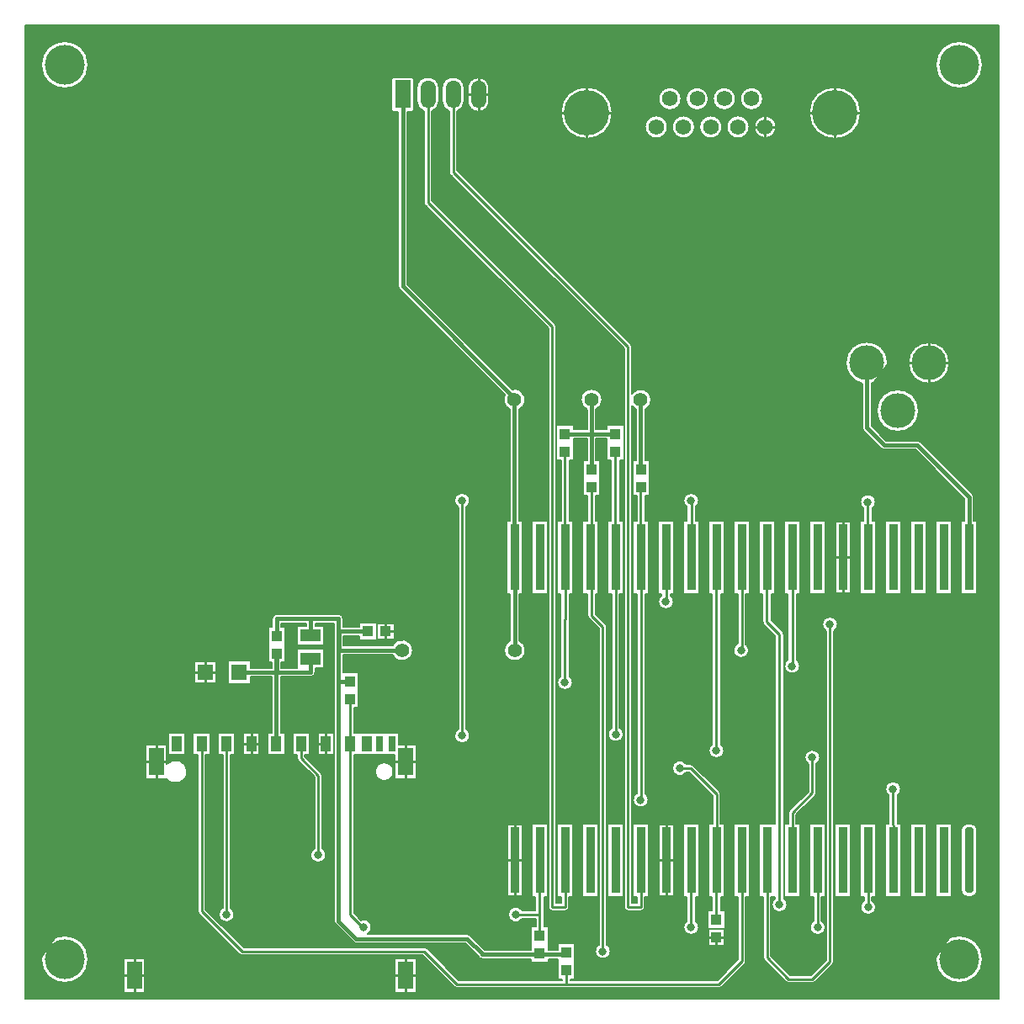
<source format=gbl>
G04 EasyPC Gerber Version 21.0.3 Build 4286 *
%FSLAX35Y35*%
%MOIN*%
%AMT98*0 Rounded Rectangle Pad at angle 0*4,1,48,-0.00250,-0.13000,0.00250,-0.13000,0.00463,-0.12985,0.00672,-0.12939,0.00873,-0.12864,0.01061,-0.12762,0.01232,-0.12633,0.01383,-0.12482,0.01511,-0.12311,0.01614,-0.12123,0.01689,-0.11923,0.01735,-0.11714,0.01750,-0.11500,0.01750,0.11500,0.01735,0.11713,0.01689,0.11922,0.01614,0.12123,0.01512,0.12311,0.01383,0.12482,0.01232,0.12633,0.01061,0.12761,0.00873,0.12864,0.00673,0.12939,0.00464,0.12985,0.00250,0.13000,-0.00250,0.13000,-0.00463,0.12985,-0.00672,0.12939,-0.00873,0.12864,-0.01061,0.12762,-0.01232,0.12633,-0.01383,0.12482,-0.01511,0.12311,-0.01614,0.12123,-0.01689,0.11923,-0.01735,0.11714,-0.01750,0.11500,-0.01750,-0.11500,-0.01735,-0.11713,-0.01689,-0.11922,-0.01614,-0.12123,-0.01512,-0.12311,-0.01383,-0.12482,-0.01232,-0.12633,-0.01061,-0.12761,-0.00873,-0.12864,-0.00673,-0.12939,-0.00464,-0.12985,-0.00250,-0.13000,0*%
%ADD98T98*%
%ADD20R,0.06000X0.11000*%
%AMT20*0 Rounded Rectangle Pad at angle 0*4,1,8,-0.03000,-0.05500,0.03000,-0.05500,0.03000,-0.05500,0.03000,0.05500,0.03000,0.05500,-0.03000,0.05500,-0.03000,0.05500,-0.03000,-0.05500,-0.03000,-0.05500,0*%
%ADD20T20*%
%ADD21O,0.06000X0.11000*%
%ADD96R,0.02756X0.05906*%
%ADD99R,0.03500X0.26000*%
%ADD71R,0.03937X0.04291*%
%ADD95R,0.03937X0.05906*%
%ADD97R,0.05906X0.11024*%
%ADD100R,0.06300X0.06300*%
%ADD10C,0.00500*%
%ADD14C,0.01000*%
%ADD24C,0.01500*%
%ADD25C,0.03200*%
%ADD23C,0.05600*%
%ADD17C,0.06142*%
%ADD22C,0.13780*%
%ADD15C,0.15748*%
%ADD18C,0.18012*%
%ADD70R,0.04291X0.03937*%
%ADD101R,0.07874X0.04528*%
X0Y0D02*
D02*
D10*
X4187Y390014D02*
Y4187D01*
X390014*
Y390014*
X4187*
X10611Y19935D02*
G75*
G02X29259I9324D01*
G01*
G75*
G02X10611I-9324*
G01*
Y374266D02*
G75*
G02X29259I9324D01*
G01*
G75*
G02X10611I-9324*
G01*
X43291Y20299D02*
X51697D01*
Y6776*
X43291*
Y20299*
X60358Y97260D02*
G75*
G02X68432Y94246I3474J-3014D01*
G01*
G75*
G02X60203Y91421I-4600*
G01*
X51953*
Y104945*
X60358*
Y97260*
X60907Y109671D02*
X67742D01*
Y100868*
X60907*
Y109671*
X285002Y73596D02*
X291404D01*
Y44699*
X289772*
Y19199*
G75*
G02X289311Y18087I-1570*
G01*
X280208Y8985*
G75*
G02X279096Y8523I-1112J1108*
G01*
X218596*
G75*
G02X218349Y8543J1569*
G01*
X175413*
G75*
G02X174315Y8996I-1J1550*
G01*
X161765Y21546*
X90169*
G75*
G02X89071Y22000I-1J1550*
G01*
X73071Y38000*
G75*
G02X72617Y39096I1096J1096*
G01*
Y100868*
X70750*
Y109671*
X77585*
Y100868*
X75717*
Y39739*
X90809Y24646*
X162406*
G75*
G02X163504Y24193I1J-1550*
G01*
X176054Y11643*
X217027*
Y12002*
X215179*
Y20074*
X211514*
Y18746*
X204679*
Y20104*
X185289*
G75*
G02X183573Y21362J1800*
G01*
X178638Y26296*
X135411*
G75*
G02X134137Y26825J1800*
G01*
X127140Y33822*
G75*
G02X126611Y35096I1272J1274*
G01*
Y153046*
X119176*
Y151837*
X122734*
Y144411*
X111959*
Y151837*
X115517*
Y153017*
X105741*
Y151691*
X107329*
Y137502*
X105711*
Y135396*
X111959*
Y142781*
X122734*
Y135356*
X119146*
Y133596*
G75*
G02X117346Y131796I-1800*
G01*
X105495*
Y109671*
X107112*
Y100868*
X100278*
Y109671*
X101895*
Y131796*
X93648*
Y128998*
X84447*
Y138195*
X93648*
Y135396*
X101895*
Y137502*
X100494*
Y151691*
X102081*
Y154846*
G75*
G02X103911Y156676I1830*
G01*
X117346*
G75*
G02X117676Y156646J-1830*
G01*
X128411*
G75*
G02X130211Y154846J-1800*
G01*
Y151646*
X136502*
Y153266*
X143691*
Y146427*
X136502*
Y148046*
X130396*
Y144146*
X149746*
G75*
G02X157846Y142346I3850J-1800*
G01*
G75*
G02X149746Y140546I-4250*
G01*
X130211*
Y133691*
X136329*
Y119502*
X134619*
Y109671*
X152309*
Y104945*
X159177*
Y91421*
X150772*
Y100868*
X134497*
Y38239*
X137299Y35436*
G75*
G02X139830Y29896I1113J-2840*
G01*
X179384*
G75*
G02X180658Y29368J-1800*
G01*
X186322Y23704*
X204679*
Y32935*
X206495*
Y35944*
X201124*
G75*
G02X195546Y37652I-2527J1707*
G01*
G75*
G02X201124Y39359I3050*
G01*
X206389*
Y44699*
X205002*
Y73596*
X211404*
Y44699*
X209910*
Y32935*
X211514*
Y23733*
X215179*
Y26191*
X222014*
Y12002*
X220166*
Y11662*
X278446*
X286633Y19849*
Y44699*
X285002*
Y73596*
X120161Y109472D02*
X126598D01*
Y101067*
X120161*
Y109472*
X121879Y63900D02*
G75*
G02X123379Y61274I-1550J-2627D01*
G01*
G75*
G02X117279I-3050*
G01*
G75*
G02X118779Y63900I3050*
G01*
Y92128*
X112441Y98465*
G75*
G02X111987Y99561I1096J1096*
G01*
Y100868*
X110120*
Y109671*
X116955*
Y100868*
X115087*
Y100203*
X121425Y93866*
G75*
G02X121879Y92770I-1096J-1096*
G01*
Y63900*
X90634Y109472D02*
X97071D01*
Y101067*
X90634*
Y109472*
X142894Y94246D02*
G75*
G02X150125I3615D01*
G01*
G75*
G02X142894I-3615*
G01*
X150772Y20299D02*
X159177D01*
Y6776*
X150772*
Y20299*
X71246Y137998D02*
X80045D01*
Y129195*
X71246*
Y137998*
X80593Y109671D02*
X87427D01*
Y100868*
X85560*
Y40278*
G75*
G02X87060Y37652I-1550J-2627*
G01*
G75*
G02X80960I-3050*
G01*
G75*
G02X82460Y40278I3050*
G01*
Y100868*
X80593*
Y109671*
X143701Y153065D02*
X150492D01*
Y146628*
X143701*
Y153065*
X200003Y146196D02*
G75*
G02X202453Y142346I-1800J-3850D01*
G01*
G75*
G02X193953I-4250*
G01*
G75*
G02X196403Y146196I4250*
G01*
Y164699*
X195002*
Y193596*
X196139*
Y237824*
G75*
G02X194331Y243567I1957J3772*
G01*
X152522Y285375*
G75*
G02X151993Y286650I1272J1274*
G01*
Y355505*
X150193*
G75*
G02X149343Y356355J850*
G01*
Y368555*
G75*
G02X150193Y369405I850*
G01*
X157393*
G75*
G02X158243Y368555J-850*
G01*
Y356355*
G75*
G02X157393Y355505I-850*
G01*
X155593*
Y287395*
X197231Y245757*
G75*
G02X200054Y237824I865J-4161*
G01*
Y193596*
X201404*
Y164699*
X200003*
Y146196*
X195203Y73398D02*
X201203D01*
Y44898*
X195203*
Y73398*
X174296Y201596D02*
G75*
G02X180396I3050D01*
G01*
G75*
G02X178896Y198970I-3050*
G01*
Y111144*
G75*
G02X180396Y108518I-1550J-2627*
G01*
G75*
G02X174296I-3050*
G01*
G75*
G02X175796Y111144I3050*
G01*
Y198970*
G75*
G02X174296Y201596I1550J2627*
G01*
X215002Y73596D02*
X221404D01*
Y44699*
X219753*
Y40596*
G75*
G02X218203Y39046I-1550*
G01*
X213096*
G75*
G02X211546Y40596J1550*
G01*
Y269954*
X163405Y318096*
G75*
G02X162243Y319596I388J1500*
G01*
Y355785*
G75*
G02X159344Y359955I1550J4170*
G01*
Y364955*
G75*
G02X168242I4449*
G01*
Y359955*
G75*
G02X165343Y355785I-4449*
G01*
Y320542*
X214193Y271693*
G75*
G02X214646Y270596I-1096J-1096*
G01*
Y42146*
X216653*
Y44699*
X215002*
Y73596*
X205002Y193596D02*
X211404D01*
Y164699*
X205002*
Y193596*
X244646Y244078D02*
G75*
G02X252346Y241596I3450J-2482D01*
G01*
G75*
G02X249896Y237746I-4250*
G01*
Y217691*
X251699*
Y203502*
X249910*
Y193596*
X251404*
Y164699*
X249910*
Y85548*
G75*
G02X251146Y83096I-1814J-2452*
G01*
G75*
G02X245046I-3050*
G01*
G75*
G02X246495Y85693I3050*
G01*
Y164699*
X245002*
Y193596*
X246495*
Y203502*
X244864*
Y217691*
X246296*
Y237746*
G75*
G02X244646Y239115I1800J3850*
G01*
Y42146*
X246653*
Y44699*
X245002*
Y73596*
X251404*
Y44699*
X249753*
Y40596*
G75*
G02X248203Y39046I-1550*
G01*
X243096*
G75*
G02X241546Y40596J1550*
G01*
Y261954*
X173405Y330096*
G75*
G02X172243Y331596I388J1500*
G01*
Y355785*
G75*
G02X169344Y359955I1550J4170*
G01*
Y364955*
G75*
G02X178242I4449*
G01*
Y359955*
G75*
G02X175343Y355785I-4449*
G01*
Y332542*
X244193Y263693*
G75*
G02X244646Y262596I-1096J-1096*
G01*
Y244078*
X234679Y231691D02*
X241514D01*
Y217502*
X239804*
Y193596*
X241404*
Y164699*
X239753*
Y111723*
G75*
G02X241253Y109096I-1550J-2627*
G01*
G75*
G02X235153I-3050*
G01*
G75*
G02X236653Y111723I3050*
G01*
Y164699*
X235002*
Y193596*
X236389*
Y217502*
X234679*
Y226296*
X230396*
Y217691*
X232014*
Y203502*
X230146*
Y193596*
X231404*
Y164699*
X230166*
Y156746*
X234204Y152708*
G75*
G02X234666Y151596I-1108J-1112*
G01*
Y25711*
G75*
G02X236146Y23096I-1570J-2615*
G01*
G75*
G02X230046I-3050*
G01*
G75*
G02X231527Y25711I3050*
G01*
Y150946*
X227489Y154985*
G75*
G02X227027Y156096I1108J1112*
G01*
Y164699*
X225002*
Y193596*
X227046*
Y203502*
X225179*
Y217691*
X226796*
Y226296*
X221514*
Y217502*
X219910*
Y193596*
X221404*
Y164699*
X219804*
Y132124*
G75*
G02X221146Y129596I-1707J-2527*
G01*
G75*
G02X215046I-3050*
G01*
G75*
G02X216389Y132124I3050*
G01*
Y164699*
X215002*
Y193596*
X216495*
Y217502*
X214679*
Y231691*
X221514*
Y229896*
X226796*
Y237746*
G75*
G02X224346Y241596I1800J3850*
G01*
G75*
G02X232846I4250*
G01*
G75*
G02X230396Y237746I-4250*
G01*
Y229896*
X234679*
Y231691*
X235002Y73596D02*
X241404D01*
Y44699*
X235002*
Y73596*
X225002D02*
X231404D01*
Y44699*
X225002*
Y73596*
X179543Y364955D02*
G75*
G02X188043I4250D01*
G01*
Y359955*
G75*
G02X179543I-4250*
G01*
Y364955*
X216392Y355230D02*
G75*
G02X236904I10256D01*
G01*
G75*
G02X216392I-10256*
G01*
X254266Y354161D02*
G75*
G02X258787Y349640J-4521D01*
G01*
G75*
G02X254266Y345119I-4521*
G01*
G75*
G02X249745Y349640J4521*
G01*
G75*
G02X254266Y354161I4521*
G01*
X255002Y193596D02*
X261404D01*
Y164699*
X259804*
Y164124*
G75*
G02X261146Y161596I-1707J-2527*
G01*
G75*
G02X255046I-3050*
G01*
G75*
G02X256389Y164124I3050*
G01*
Y164699*
X255002*
Y193596*
X255203Y73398D02*
X261203D01*
Y44898*
X255203*
Y73398*
X279804Y39191D02*
X281514D01*
Y32002*
X274679*
Y39191*
X276389*
Y44699*
X275002*
Y73596*
X276653*
Y84718*
X267324Y94046*
X266223*
G75*
G02X260546Y95596I-2627J1550*
G01*
G75*
G02X266223Y97146I3050*
G01*
X267965*
G75*
G02X269063Y96693I1J-1550*
G01*
X279299Y86456*
G75*
G02X279753Y85360I-1096J-1096*
G01*
Y73596*
X281404*
Y44699*
X279804*
Y39191*
X274878Y31992D02*
X281315D01*
Y25201*
X274878*
Y31992*
X265002Y73596D02*
X271404D01*
Y44699*
X269804*
Y35124*
G75*
G02X271146Y32596I-1707J-2527*
G01*
G75*
G02X265046I-3050*
G01*
G75*
G02X266389Y35124I3050*
G01*
Y44699*
X265002*
Y73596*
X259659Y365342D02*
G75*
G02X264180Y360821J-4521D01*
G01*
G75*
G02X259659Y356300I-4521*
G01*
G75*
G02X255139Y360821J4521*
G01*
G75*
G02X259659Y365342I4521*
G01*
X265053Y354161D02*
G75*
G02X269574Y349640J-4521D01*
G01*
G75*
G02X265053Y345119I-4521*
G01*
G75*
G02X260532Y349640J4521*
G01*
G75*
G02X265053Y354161I4521*
G01*
X269804Y193596D02*
X271404D01*
Y164699*
X265002*
Y193596*
X266389*
Y199069*
G75*
G02X265046Y201596I1707J2527*
G01*
G75*
G02X271146I3050*
G01*
G75*
G02X269804Y199069I-3050*
G01*
Y193596*
X270447Y365342D02*
G75*
G02X274968Y360821J-4521D01*
G01*
G75*
G02X270447Y356300I-4521*
G01*
G75*
G02X265926Y360821J4521*
G01*
G75*
G02X270447Y365342I4521*
G01*
X275841Y354161D02*
G75*
G02X280361Y349640J-4521D01*
G01*
G75*
G02X275841Y345119I-4521*
G01*
G75*
G02X271320Y349640J4521*
G01*
G75*
G02X275841Y354161I4521*
G01*
X275002Y193596D02*
X281404D01*
Y164699*
X279804*
Y105124*
G75*
G02X281146Y102596I-1707J-2527*
G01*
G75*
G02X275046I-3050*
G01*
G75*
G02X276389Y105124I3050*
G01*
Y164699*
X275002*
Y193596*
X281234Y365342D02*
G75*
G02X285755Y360821J-4521D01*
G01*
G75*
G02X281234Y356300I-4521*
G01*
G75*
G02X276713Y360821J4521*
G01*
G75*
G02X281234Y365342I4521*
G01*
X286628Y354161D02*
G75*
G02X291149Y349640J-4521D01*
G01*
G75*
G02X286628Y345119I-4521*
G01*
G75*
G02X282107Y349640J4521*
G01*
G75*
G02X286628Y354161I4521*
G01*
X285002Y193596D02*
X291404D01*
Y164699*
X289753*
Y144727*
G75*
G02X290896Y142346I-1906J-2381*
G01*
G75*
G02X284796I-3050*
G01*
G75*
G02X286653Y145153I3050*
G01*
Y164699*
X285002*
Y193596*
X292022Y365342D02*
G75*
G02X296543Y360821J-4521D01*
G01*
G75*
G02X292022Y356300I-4521*
G01*
G75*
G02X287501Y360821J4521*
G01*
G75*
G02X292022Y365342I4521*
G01*
X293094Y349640D02*
G75*
G02X301736I4321D01*
G01*
G75*
G02X293094I-4321*
G01*
X320046Y152596D02*
G75*
G02X326146I3050D01*
G01*
G75*
G02X324646Y149970I-3050*
G01*
Y19096*
G75*
G02X324193Y18000I-1550*
G01*
X317193Y11000*
G75*
G02X316095Y10546I-1096J1096*
G01*
X306704*
G75*
G02X305607Y11000I-1J1550*
G01*
X297107Y19500*
G75*
G02X296653Y20596I1096J1096*
G01*
Y44699*
X295002*
Y73596*
X301389*
Y147889*
X296891Y152388*
G75*
G02X296389Y153596I1206J1209*
G01*
Y164699*
X295002*
Y193596*
X301404*
Y164699*
X299804*
Y154304*
X304302Y149805*
G75*
G02X304804Y148596I-1206J-1209*
G01*
Y44116*
G75*
G02X306146Y41589I-1707J-2527*
G01*
G75*
G02X300046I-3050*
G01*
G75*
G02X301389Y44116I3050*
G01*
Y44699*
X299753*
Y21239*
X307345Y13646*
X315454*
X321546Y19739*
Y149970*
G75*
G02X320046Y152596I1550J2627*
G01*
X325002Y73596D02*
X331404D01*
Y44699*
X325002*
Y73596*
X313046Y99846D02*
G75*
G02X319146I3050D01*
G01*
G75*
G02X317646Y97220I-3050*
G01*
Y85781*
G75*
G02X317193Y84685I-1550*
G01*
X309753Y77246*
Y73596*
X311404*
Y44699*
X305002*
Y73596*
X306653*
Y77888*
G75*
G02X307107Y78984I1550*
G01*
X314546Y86424*
Y97220*
G75*
G02X313046Y99846I1550J2627*
G01*
X315002Y73596D02*
X321404D01*
Y44699*
X319753*
Y35223*
G75*
G02X321253Y32596I-1550J-2627*
G01*
G75*
G02X315153I-3050*
G01*
G75*
G02X316653Y35223I3050*
G01*
Y44699*
X315002*
Y73596*
X305002Y193596D02*
X311404D01*
Y164699*
X309804*
Y138624*
G75*
G02X311146Y136096I-1707J-2527*
G01*
G75*
G02X305046I-3050*
G01*
G75*
G02X306389Y138624I3050*
G01*
Y164699*
X305002*
Y193596*
X314778Y355230D02*
G75*
G02X335289I10256D01*
G01*
G75*
G02X314778I-10256*
G01*
X325203Y193398D02*
X331203D01*
Y164898*
X325203*
Y193398*
X380003Y193596D02*
X381404D01*
Y164699*
X375002*
Y193596*
X376403*
Y202260*
X356867Y221796*
X344620*
G75*
G02X343346Y222325J1800*
G01*
X336380Y229291*
G75*
G02X335852Y230565I1272J1274*
G01*
Y248012*
G75*
G02X329312Y256156I1800J8143*
G01*
G75*
G02X345991I8340*
G01*
G75*
G02X339452Y248012I-8340*
G01*
Y231311*
X345366Y225396*
X357612*
G75*
G02X358887Y224868J-1800*
G01*
X379474Y204280*
G75*
G02X380003Y203006I-1272J-1274*
G01*
Y193596*
X341595Y237258D02*
G75*
G02X358275I8340D01*
G01*
G75*
G02X341595I-8340*
G01*
X379053Y73598D02*
G75*
G02X381403Y71248J-2350D01*
G01*
Y47048*
G75*
G02X379053Y44698I-2350*
G01*
X377353*
G75*
G02X375003Y47048J2350*
G01*
Y71248*
G75*
G02X377353Y73598I2350*
G01*
X379053*
X364942Y19935D02*
G75*
G02X383590I9324D01*
G01*
G75*
G02X364942I-9324*
G01*
X365002Y73596D02*
X371404D01*
Y44699*
X365002*
Y73596*
Y193596D02*
X371404D01*
Y164699*
X365002*
Y193596*
X349804Y73596D02*
X351404D01*
Y44699*
X345002*
Y73596*
X346389*
Y84819*
G75*
G02X345046Y87346I1707J2527*
G01*
G75*
G02X351146I3050*
G01*
G75*
G02X349804Y84819I-3050*
G01*
Y73596*
X345002Y193596D02*
X351404D01*
Y164699*
X345002*
Y193596*
X355002Y73596D02*
X361404D01*
Y44699*
X355002*
Y73596*
Y193596D02*
X361404D01*
Y164699*
X355002*
Y193596*
X335002Y73596D02*
X341404D01*
Y44699*
X339753*
Y43223*
G75*
G02X341253Y40596I-1550J-2627*
G01*
G75*
G02X335153I-3050*
G01*
G75*
G02X336653Y43223I3050*
G01*
Y44699*
X335002*
Y73596*
X339804Y193596D02*
X341404D01*
Y164699*
X335002*
Y193596*
X336389*
Y198569*
G75*
G02X335046Y201096I1707J2527*
G01*
G75*
G02X341146I3050*
G01*
G75*
G02X339804Y198569I-3050*
G01*
Y193596*
X315002D02*
X321404D01*
Y164699*
X315002*
Y193596*
X354118Y256156D02*
G75*
G02X370398I8140D01*
G01*
G75*
G02X354118I-8140*
G01*
X364942Y374266D02*
G75*
G02X383590I9324D01*
G01*
G75*
G02X364942I-9324*
G01*
X324646Y19935D02*
G36*
Y19096D01*
G75*
G02X324193Y18000I-1551J0*
G01*
X317193Y11000*
G75*
G02X316095Y10546I-1096J1096*
G01*
X306704*
G75*
G02X305607Y11000I-1J1550*
G01*
X297107Y19500*
G75*
G02X296801Y19935I1097J1096*
G01*
X289772*
Y19199*
G75*
G02X289311Y18087I-1570*
G01*
X280208Y8985*
G75*
G02X279096Y8523I-1112J1108*
G01*
X218596*
G75*
G02X218349Y8543I6J1635*
G01*
X175413*
G75*
G02X174315Y8996I-1J1550*
G01*
X163377Y19935*
X159177*
Y6776*
X150772*
Y19935*
X51697*
Y6776*
X43291*
Y19935*
X29259*
G75*
G02X10611I-9324*
G01*
X4437*
Y4437*
X389764*
Y19935*
X383590*
G75*
G02X364942I-9324*
G01*
X324646*
G37*
X215179D02*
G36*
X211514D01*
Y18746*
X204679*
Y19935*
X167761*
X176054Y11643*
X217027*
Y12002*
X215179*
Y19935*
G37*
X286633D02*
G36*
X222014D01*
Y12002*
X220166*
Y11662*
X278446*
X286633Y19849*
Y19935*
G37*
X321546D02*
G36*
X301056D01*
X307345Y13646*
X315454*
X321546Y19739*
Y19935*
G37*
X10611D02*
G36*
G75*
G02X16483Y28596I9324D01*
G01*
X4437*
Y19935*
X10611*
G37*
X163377D02*
G36*
X161765Y21546D01*
X90169*
G75*
G02X89071Y22000I-1J1550*
G01*
X82475Y28596*
X23387*
G75*
G02X29259Y19935I-3452J-8661*
G01*
X43291*
Y20299*
X51697*
Y19935*
X150772*
Y20299*
X159177*
Y19935*
X163377*
G37*
X204679D02*
G36*
Y20104D01*
X185289*
G75*
G02X183573Y21362I0J1800*
G01*
X178638Y26296*
X135411*
G75*
G02X134137Y26825J1800*
G01*
X132366Y28596*
X86859*
X90809Y24646*
X162406*
G75*
G02X163504Y24193I1J-1550*
G01*
X167761Y19935*
X204679*
G37*
X215179D02*
G36*
Y20074D01*
X211514*
Y19935*
X215179*
G37*
X204679Y28596D02*
G36*
X181430D01*
X186322Y23704*
X204679*
Y28596*
G37*
X286633D02*
G36*
X281315D01*
Y25201*
X274878*
Y28596*
X234666*
Y25711*
G75*
G02X236146Y23096I-1569J-2615*
G01*
G75*
G02X230046I-3050*
G01*
G75*
G02X231527Y25711I3050*
G01*
Y28596*
X211514*
Y23733*
X215179*
Y26191*
X222014*
Y19935*
X286633*
Y28596*
G37*
X296801Y19935D02*
G36*
G75*
G02X296653Y20596I1403J662D01*
G01*
Y28596*
X289772*
Y19935*
X296801*
G37*
X321546Y28596D02*
G36*
X299753D01*
Y21239*
X301056Y19935*
X321546*
Y28596*
G37*
X364942Y19935D02*
G36*
G75*
G02X370814Y28596I9324D01*
G01*
X324646*
Y19935*
X364942*
G37*
X383590D02*
G36*
X389764D01*
Y28596*
X377718*
G75*
G02X383590Y19935I-3452J-8661*
G01*
G37*
X82475Y28596D02*
G36*
X73071Y38000D01*
G75*
G02X72617Y39096I1097J1096*
G01*
Y59148*
X4437*
Y28596*
X16483*
G75*
G02X23387I3452J-8661*
G01*
X82475*
G37*
X132366D02*
G36*
X127140Y33822D01*
G75*
G02X126611Y35096I1272J1274*
G01*
Y59148*
X122516*
G75*
G02X118142I-2187J2126*
G01*
X85560*
Y40278*
G75*
G02X87060Y37652I-1550J-2627*
G01*
G75*
G02X80960I-3050*
G01*
G75*
G02X82460Y40278I3050J0*
G01*
Y59148*
X75717*
Y39739*
X86859Y28596*
X132366*
G37*
X204679D02*
G36*
Y32935D01*
X206495*
Y35944*
X201124*
G75*
G02X195546Y37651I-2527J1707*
G01*
Y37652*
G75*
G02X201124Y39359I3050J0*
G01*
X206389*
Y44699*
X205002*
Y59148*
X201203*
Y44898*
X195203*
Y59148*
X134497*
Y38239*
X137299Y35436*
G75*
G02X141461Y32596I1113J-2840*
G01*
G75*
G02X139830Y29896I-3050*
G01*
X179384*
G75*
G02X180658Y29368J-1800*
G01*
X181430Y28596*
X204679*
G37*
X215002Y59148D02*
G36*
X214646D01*
Y42146*
X216653*
Y44699*
X215002*
Y59148*
G37*
X231527D02*
G36*
X231404D01*
Y44699*
X225002*
Y59148*
X221404*
Y44699*
X219753*
Y40596*
G75*
G02X218203Y39046I-1550*
G01*
X213096*
G75*
G02X211546Y40596J1550*
G01*
Y59148*
X211404*
Y44699*
X209910*
Y32935*
X211514*
Y28596*
X231527*
Y59148*
G37*
X285002D02*
G36*
X281404D01*
Y44699*
X279804*
Y39191*
X281514*
Y32002*
X274679*
Y39191*
X276389*
Y44699*
X275002*
Y59148*
X271404*
Y44699*
X269804*
Y35124*
G75*
G02X271146Y32597I-1707J-2527*
G01*
Y32596*
G75*
G02X265046I-3050*
G01*
Y32597*
G75*
G02X266389Y35124I3049*
G01*
Y44699*
X265002*
Y59148*
X261203*
Y44898*
X255203*
Y59148*
X251404*
Y44699*
X249753*
Y40596*
G75*
G02X248203Y39046I-1550*
G01*
X243096*
G75*
G02X241546Y40596J1550*
G01*
Y59148*
X241404*
Y44699*
X235002*
Y59148*
X234666*
Y28596*
X274878*
Y31992*
X281315*
Y28596*
X286633*
Y44699*
X285002*
Y59148*
G37*
X245002D02*
G36*
X244646D01*
Y42146*
X246653*
Y44699*
X245002*
Y59148*
G37*
X295002D02*
G36*
X291404D01*
Y44699*
X289772*
Y28596*
X296653*
Y44699*
X295002*
Y59148*
G37*
X321546D02*
G36*
X321404D01*
Y44699*
X319753*
Y35223*
G75*
G02X321253Y32596I-1550J-2627*
G01*
G75*
G02X315153I-3050*
G01*
G75*
G02X316653Y35223I3050J0*
G01*
Y44699*
X315002*
Y59148*
X311404*
Y44699*
X305002*
Y59148*
X304804*
Y44116*
G75*
G02X306146Y41589I-1707J-2527*
G01*
Y41589*
G75*
G02X300046I-3050*
G01*
Y41589*
G75*
G02X301389Y44116I3049*
G01*
Y44699*
X299753*
Y28596*
X321546*
Y59148*
G37*
X381403D02*
G36*
Y47048D01*
Y47047*
G75*
G02X379053Y44698I-2350*
G01*
X377353*
G75*
G02X375003Y47047J2350*
G01*
Y47048*
Y59148*
X371404*
Y44699*
X365002*
Y59148*
X361404*
Y44699*
X355002*
Y59148*
X351404*
Y44699*
X345002*
Y59148*
X341404*
Y44699*
X339753*
Y43223*
G75*
G02X341253Y40596I-1550J-2627*
G01*
G75*
G02X335153I-3050*
G01*
G75*
G02X336653Y43223I3050J0*
G01*
Y44699*
X335002*
Y59148*
X331404*
Y44699*
X325002*
Y59148*
X324646*
Y28596*
X370814*
G75*
G02X377718I3452J-8661*
G01*
X389764*
Y59148*
X381403*
G37*
X72617Y97296D02*
G36*
X67276D01*
G75*
G02X68432Y94246I-3443J-3050*
G01*
G75*
G02X60203Y91421I-4600*
G01*
X51953*
Y97296*
X4437*
Y59148*
X72617*
Y97296*
G37*
X60389D02*
G36*
X60358D01*
Y97260*
G75*
G02X60389Y97296I3480J-3023*
G01*
G37*
X82460D02*
G36*
X75717D01*
Y59148*
X82460*
Y97296*
G37*
X118142Y59148D02*
G36*
G75*
G02X117279Y61274I2187J2126D01*
G01*
G75*
G02X118779Y63900I3050J0*
G01*
Y92128*
X113611Y97296*
X85560*
Y59148*
X118142*
G37*
X211546Y97296D02*
G36*
X159177D01*
Y91421*
X150772*
Y97296*
X148452*
G75*
G02X150125Y94246I-1942J-3050*
G01*
G75*
G02X142894I-3615*
G01*
G75*
G02X144568Y97296I3615*
G01*
X134497*
Y59148*
X195203*
Y73398*
X201203*
Y59148*
X205002*
Y73596*
X211404*
Y59148*
X211546*
Y97296*
G37*
X126611D02*
G36*
X117995D01*
X121425Y93866*
G75*
G02X121879Y92770I-1097J-1096*
G01*
Y63900*
G75*
G02X123379Y61274I-1550J-2627*
G01*
G75*
G02X122516Y59148I-3050*
G01*
X126611*
Y97296*
G37*
X231527D02*
G36*
X214646D01*
Y59148*
X215002*
Y73596*
X221404*
Y59148*
X225002*
Y73596*
X231404*
Y59148*
X231527*
Y97296*
G37*
X275002Y59148D02*
G36*
Y73596D01*
X276653*
Y84718*
X267324Y94046*
X266223*
G75*
G02X260546Y95596I-2627J1550*
G01*
G75*
G02X261064Y97296I3050J0*
G01*
X249910*
Y85548*
G75*
G02X251146Y83097I-1813J-2452*
G01*
Y83096*
G75*
G02X245046I-3050*
G01*
Y83097*
G75*
G02X246495Y85693I3050*
G01*
Y97296*
X244646*
Y59148*
X245002*
Y73596*
X251404*
Y59148*
X255203*
Y73398*
X261203*
Y59148*
X265002*
Y73596*
X271404*
Y59148*
X275002*
G37*
X241546Y97296D02*
G36*
X234666D01*
Y59148*
X235002*
Y73596*
X241404*
Y59148*
X241546*
Y97296*
G37*
X301389D02*
G36*
X266129D01*
G75*
G02X266223Y97146I-2533J-1702*
G01*
X267965*
G75*
G02X269063Y96693I1J-1550*
G01*
X279299Y86456*
G75*
G02X279753Y85360I-1097J-1096*
G01*
Y73596*
X281404*
Y59148*
X285002*
Y73596*
X291404*
Y59148*
X295002*
Y73596*
X301389*
Y97296*
G37*
X314424D02*
G36*
X304804D01*
Y59148*
X305002*
Y73596*
X306653*
Y77888*
G75*
G02X307107Y78984I1551J0*
G01*
X314546Y86424*
Y97220*
G75*
G02X314424Y97296I1550J2626*
G01*
G37*
X321546D02*
G36*
X317769D01*
G75*
G02X317646Y97220I-1672J2550*
G01*
Y85781*
G75*
G02X317193Y84685I-1551J0*
G01*
X309753Y77246*
Y73596*
X311404*
Y59148*
X315002*
Y73596*
X321404*
Y59148*
X321546*
Y97296*
G37*
X381403Y59148D02*
G36*
X389764D01*
Y97296*
X324646*
Y59148*
X325002*
Y73596*
X331404*
Y59148*
X335002*
Y73596*
X341404*
Y59148*
X345002*
Y73596*
X346389*
Y84819*
G75*
G02X345046Y87346I1707J2527*
G01*
Y87346*
G75*
G02X351146I3050*
G01*
Y87346*
G75*
G02X349804Y84819I-3049*
G01*
Y73596*
X351404*
Y59148*
X355002*
Y73596*
X361404*
Y59148*
X365002*
Y73596*
X371404*
Y59148*
X375003*
Y71248*
Y71248*
G75*
G02X377353Y73598I2350*
G01*
X379053*
G75*
G02X381403Y71248J-2350*
G01*
Y71248*
Y59148*
G37*
X70750Y105270D02*
G36*
X67742D01*
Y100868*
X60907*
Y105270*
X4437*
Y97296*
X51953*
Y104945*
X60358*
Y97296*
X60389*
G75*
G02X67276I3443J-3050*
G01*
X72617*
Y100868*
X70750*
Y105270*
G37*
X80593D02*
G36*
X77585D01*
Y100868*
X75717*
Y97296*
X82460*
Y100868*
X80593*
Y105270*
G37*
X113611Y97296D02*
G36*
X112441Y98465D01*
G75*
G02X111987Y99561I1097J1096*
G01*
Y100868*
X110120*
Y105270*
X107112*
Y100868*
X100278*
Y105270*
X97071*
Y101067*
X90634*
Y105270*
X87427*
Y100868*
X85560*
Y97296*
X113611*
G37*
X126611Y105270D02*
G36*
X126598D01*
Y101067*
X120161*
Y105270*
X116955*
Y100868*
X115087*
Y100203*
X117995Y97296*
X126611*
Y105270*
G37*
X150772Y97296D02*
G36*
Y100868D01*
X134497*
Y97296*
X144568*
G75*
G02X148452I1942J-3050*
G01*
X150772*
G37*
X211546Y105270D02*
G36*
X152309D01*
Y104945*
X159177*
Y97296*
X211546*
Y105270*
G37*
X231527D02*
G36*
X214646D01*
Y97296*
X231527*
Y105270*
G37*
X241546D02*
G36*
X234666D01*
Y97296*
X241546*
Y105270*
G37*
X246495D02*
G36*
X244646D01*
Y97296*
X246495*
Y105270*
G37*
X301389D02*
G36*
X279804D01*
Y105124*
G75*
G02X281146Y102597I-1707J-2527*
G01*
Y102596*
G75*
G02X275046I-3050*
G01*
Y102597*
G75*
G02X276389Y105124I3049*
G01*
Y105270*
X249910*
Y97296*
X261064*
G75*
G02X266129I2533J-1699*
G01*
X301389*
Y105270*
G37*
X321546D02*
G36*
X304804D01*
Y97296*
X314424*
G75*
G02X313046Y99846I1672J2551*
G01*
G75*
G02X319146I3050*
G01*
G75*
G02X317769Y97296I-3050J0*
G01*
X321546*
Y105270*
G37*
X324646D02*
G36*
Y97296D01*
X389764*
Y105270*
X324646*
G37*
X84447Y133596D02*
G36*
X80045D01*
Y129195*
X71246*
Y133596*
X4437*
Y105270*
X60907*
Y109671*
X67742*
Y105270*
X70750*
Y109671*
X77585*
Y105270*
X80593*
Y109671*
X87427*
Y105270*
X90634*
Y109472*
X97071*
Y105270*
X100278*
Y109671*
X101895*
Y131796*
X93648*
Y128998*
X84447*
Y133596*
G37*
X126611Y105270D02*
G36*
Y133596D01*
X119146*
G75*
G02X117346Y131796I-1800*
G01*
X105495*
Y109671*
X107112*
Y105270*
X110120*
Y109671*
X116955*
Y105270*
X120161*
Y109472*
X126598*
Y105270*
X126611*
G37*
X211546Y133596D02*
G36*
X178896D01*
Y111144*
G75*
G02X180396Y108518I-1550J-2627*
G01*
G75*
G02X174296I-3050*
G01*
G75*
G02X175796Y111144I3050J0*
G01*
Y133596*
X136329*
Y119502*
X134619*
Y109671*
X152309*
Y105270*
X211546*
Y133596*
G37*
X231527D02*
G36*
X219804D01*
Y132124*
G75*
G02X221146Y129597I-1707J-2527*
G01*
Y129596*
G75*
G02X215046I-3050*
G01*
Y129597*
G75*
G02X216389Y132124I3049*
G01*
Y133596*
X214646*
Y105270*
X231527*
Y133596*
G37*
X241546D02*
G36*
X239753D01*
Y111723*
G75*
G02X241253Y109096I-1550J-2627*
G01*
G75*
G02X235153I-3050*
G01*
G75*
G02X236653Y111723I3050J0*
G01*
Y133596*
X234666*
Y105270*
X241546*
Y133596*
G37*
X246495D02*
G36*
X244646D01*
Y105270*
X246495*
Y133596*
G37*
X276389D02*
G36*
X249910D01*
Y105270*
X276389*
Y133596*
G37*
X301389D02*
G36*
X279804D01*
Y105270*
X301389*
Y133596*
G37*
X321546D02*
G36*
X309844D01*
G75*
G02X306349I-1747J2500*
G01*
X304804*
Y105270*
X321546*
Y133596*
G37*
X324646D02*
G36*
Y105270D01*
X389764*
Y133596*
X324646*
G37*
X84447D02*
G36*
Y138195D01*
X93648*
Y135396*
X101895*
Y137502*
X100494*
Y149846*
X4437*
Y133596*
X71246*
Y137998*
X80045*
Y133596*
X84447*
G37*
X126611Y149846D02*
G36*
X122734D01*
Y144411*
X111959*
Y149846*
X107329*
Y137502*
X105711*
Y135396*
X111959*
Y142781*
X122734*
Y135356*
X119146*
Y133596*
X126611*
Y149846*
G37*
X175796D02*
G36*
X150492D01*
Y146628*
X143701*
Y149846*
X143691*
Y146427*
X136502*
Y148046*
X130396*
Y144146*
X149746*
G75*
G02X157846Y142346I3850J-1800*
G01*
G75*
G02X149746Y140546I-4250*
G01*
X130211*
Y133691*
X136329*
Y133596*
X175796*
Y149846*
G37*
X211546D02*
G36*
X200003D01*
Y146196*
G75*
G02X202453Y142346I-1800J-3850*
G01*
G75*
G02X193953I-4250*
G01*
G75*
G02X196403Y146196I4250*
G01*
Y149846*
X178896*
Y133596*
X211546*
Y149846*
G37*
X216389D02*
G36*
X214646D01*
Y133596*
X216389*
Y149846*
G37*
X231527D02*
G36*
X219804D01*
Y133596*
X231527*
Y149846*
G37*
X236653D02*
G36*
X234666D01*
Y133596*
X236653*
Y149846*
G37*
X241546D02*
G36*
X239753D01*
Y133596*
X241546*
Y149846*
G37*
X246495D02*
G36*
X244646D01*
Y133596*
X246495*
Y149846*
G37*
X276389D02*
G36*
X249910D01*
Y133596*
X276389*
Y149846*
G37*
X301389Y133596D02*
G36*
Y147889D01*
X299432Y149846*
X289753*
Y144727*
G75*
G02X290896Y142346I-1907J-2381*
G01*
G75*
G02X284796I-3050*
G01*
G75*
G02Y142347I3470J0*
G01*
G75*
G02X286653Y145153I3049*
G01*
Y149846*
X279804*
Y133596*
X301389*
G37*
X306349D02*
G36*
G75*
G02X305046Y136096I1747J2500D01*
G01*
Y136097*
G75*
G02X306389Y138624I3049*
G01*
Y149846*
X304261*
X304302Y149805*
G75*
G02X304804Y148597I-1205J-1208*
G01*
Y148596*
Y133596*
X306349*
G37*
X321546Y149846D02*
G36*
X309804D01*
Y138624*
G75*
G02X311146Y136097I-1707J-2527*
G01*
Y136096*
G75*
G02X309844Y133596I-3050*
G01*
X321546*
Y149846*
G37*
X324646D02*
G36*
Y133596D01*
X389764*
Y149846*
X324646*
G37*
X175796Y179148D02*
G36*
X4437D01*
Y149846*
X100494*
Y151691*
X102081*
Y154846*
Y154847*
G75*
G02X103911Y156676I1830*
G01*
X117346*
G75*
G02X117676Y156646J-1828*
G01*
X128411*
G75*
G02X130211Y154846J-1800*
G01*
Y151646*
X136502*
Y153266*
X143691*
Y149846*
X143701*
Y153065*
X150492*
Y149846*
X175796*
Y179148*
G37*
X111959Y149846D02*
G36*
Y151837D01*
X115517*
Y153017*
X105741*
Y151691*
X107329*
Y149846*
X111959*
G37*
X126611D02*
G36*
Y153046D01*
X119176*
Y151837*
X122734*
Y149846*
X126611*
G37*
X195002Y179148D02*
G36*
X178896D01*
Y149846*
X196403*
Y164699*
X195002*
Y179148*
G37*
X211546D02*
G36*
X211404D01*
Y164699*
X205002*
Y179148*
X201404*
Y164699*
X200003*
Y149846*
X211546*
Y179148*
G37*
X215002D02*
G36*
X214646D01*
Y149846*
X216389*
Y164699*
X215002*
Y179148*
G37*
X231527Y149846D02*
G36*
Y150946D01*
X227489Y154985*
G75*
G02X227027Y156096I1108J1112*
G01*
Y164699*
X225002*
Y179148*
X221404*
Y164699*
X219804*
Y149846*
X231527*
G37*
X235002Y179148D02*
G36*
X231404D01*
Y164699*
X230166*
Y156746*
X234204Y152708*
G75*
G02X234666Y151596I-1108J-1112*
G01*
Y149846*
X236653*
Y164699*
X235002*
Y179148*
G37*
X241546D02*
G36*
X241404D01*
Y164699*
X239753*
Y149846*
X241546*
Y179148*
G37*
X245002D02*
G36*
X244646D01*
Y149846*
X246495*
Y164699*
X245002*
Y179148*
G37*
X275002D02*
G36*
X271404D01*
Y164699*
X265002*
Y179148*
X261404*
Y164699*
X259804*
Y164124*
G75*
G02X261146Y161597I-1707J-2527*
G01*
Y161596*
G75*
G02X255046I-3050*
G01*
Y161597*
G75*
G02X256389Y164124I3049*
G01*
Y164699*
X255002*
Y179148*
X251404*
Y164699*
X249910*
Y149846*
X276389*
Y164699*
X275002*
Y179148*
G37*
X285002D02*
G36*
X281404D01*
Y164699*
X279804*
Y149846*
X286653*
Y164699*
X285002*
Y179148*
G37*
X299432Y149846D02*
G36*
X296891Y152388D01*
G75*
G02X296389Y153596I1205J1208*
G01*
Y153596*
Y164699*
X295002*
Y179148*
X291404*
Y164699*
X289753*
Y149846*
X299432*
G37*
X305002Y179148D02*
G36*
X301404D01*
Y164699*
X299804*
Y154304*
X304261Y149846*
X306389*
Y164699*
X305002*
Y179148*
G37*
X381404D02*
G36*
Y164699D01*
X375002*
Y179148*
X371404*
Y164699*
X365002*
Y179148*
X361404*
Y164699*
X355002*
Y179148*
X351404*
Y164699*
X345002*
Y179148*
X341404*
Y164699*
X335002*
Y179148*
X331203*
Y164898*
X325203*
Y179148*
X321404*
Y164699*
X315002*
Y179148*
X311404*
Y164699*
X309804*
Y149846*
X321546*
Y149970*
G75*
G02X320046Y152596I1550J2627*
G01*
G75*
G02X326146I3050*
G01*
G75*
G02X324646Y149970I-3050J0*
G01*
Y149846*
X389764*
Y179148*
X381404*
G37*
X195002D02*
G36*
Y193596D01*
X196139*
Y237258*
X4437*
Y179148*
X175796*
Y198970*
G75*
G02X174296Y201596I1550J2627*
G01*
G75*
G02X180396I3050*
G01*
G75*
G02X178896Y198970I-3050J0*
G01*
Y179148*
X195002*
G37*
X211546Y237258D02*
G36*
X200054D01*
Y193596*
X201404*
Y179148*
X205002*
Y193596*
X211404*
Y179148*
X211546*
Y237258*
G37*
X226796D02*
G36*
X214646D01*
Y179148*
X215002*
Y193596*
X216495*
Y217502*
X214679*
Y231691*
X221514*
Y229896*
X226796*
Y237258*
G37*
X225002Y179148D02*
G36*
Y193596D01*
X227046*
Y203502*
X225179*
Y217691*
X226796*
Y226296*
X221514*
Y217502*
X219910*
Y193596*
X221404*
Y179148*
X225002*
G37*
X235002D02*
G36*
Y193596D01*
X236389*
Y217502*
X234679*
Y226296*
X230396*
Y217691*
X232014*
Y203502*
X230146*
Y193596*
X231404*
Y179148*
X235002*
G37*
X241546Y237258D02*
G36*
X230396D01*
Y229896*
X234679*
Y231691*
X241514*
Y217502*
X239804*
Y193596*
X241404*
Y179148*
X241546*
Y237258*
G37*
X245002Y179148D02*
G36*
Y193596D01*
X246495*
Y203502*
X244864*
Y217691*
X246296*
Y237258*
X244646*
Y179148*
X245002*
G37*
X375002D02*
G36*
Y193596D01*
X376403*
Y202260*
X356867Y221796*
X344620*
G75*
G02X343346Y222325J1800*
G01*
X336380Y229291*
G75*
G02X335852Y230565I1272J1274*
G01*
Y237258*
X249896*
Y217691*
X251699*
Y203502*
X249910*
Y193596*
X251404*
Y179148*
X255002*
Y193596*
X261404*
Y179148*
X265002*
Y193596*
X266389*
Y199069*
G75*
G02X265046Y201596I1707J2527*
G01*
Y201596*
G75*
G02X271146I3050*
G01*
Y201596*
G75*
G02X269804Y199069I-3049*
G01*
Y193596*
X271404*
Y179148*
X275002*
Y193596*
X281404*
Y179148*
X285002*
Y193596*
X291404*
Y179148*
X295002*
Y193596*
X301404*
Y179148*
X305002*
Y193596*
X311404*
Y179148*
X315002*
Y193596*
X321404*
Y179148*
X325203*
Y193398*
X331203*
Y179148*
X335002*
Y193596*
X336389*
Y198569*
G75*
G02X335046Y201096I1707J2527*
G01*
Y201096*
G75*
G02X341146I3050*
G01*
Y201096*
G75*
G02X339804Y198569I-3049*
G01*
Y193596*
X341404*
Y179148*
X345002*
Y193596*
X351404*
Y179148*
X355002*
Y193596*
X361404*
Y179148*
X365002*
Y193596*
X371404*
Y179148*
X375002*
G37*
X381404D02*
G36*
X389764D01*
Y237258*
X358275*
G75*
G02X341595I-8340*
G01*
X339452*
Y231311*
X345366Y225396*
X357612*
G75*
G02X358887Y224868J-1800*
G01*
X379474Y204280*
G75*
G02X380003Y203006I-1272J-1274*
G01*
Y193596*
X381404*
Y179148*
G37*
X196139Y237258D02*
G36*
Y237824D01*
G75*
G02X193846Y241596I1957J3772*
G01*
G75*
G02X194331Y243567I4250J0*
G01*
X181742Y256156*
X4437*
Y237258*
X196139*
G37*
X211546Y256156D02*
G36*
X186833D01*
X197231Y245757*
G75*
G02X202346Y241596I865J-4161*
G01*
G75*
G02X200054Y237824I-4250*
G01*
Y237258*
X211546*
Y256156*
G37*
X241546D02*
G36*
X214646D01*
Y237258*
X226796*
Y237746*
G75*
G02X224346Y241596I1800J3850*
G01*
G75*
G02X232846I4250*
G01*
G75*
G02X230396Y237746I-4250*
G01*
Y237258*
X241546*
Y256156*
G37*
X246296Y237258D02*
G36*
Y237746D01*
G75*
G02X244646Y239115I1801J3852*
G01*
Y237258*
X246296*
G37*
X329312Y256156D02*
G36*
X244646D01*
Y244078*
G75*
G02X252346Y241596I3450J-2482*
G01*
G75*
G02X249896Y237746I-4250*
G01*
Y237258*
X335852*
Y248012*
G75*
G02X329312Y256156I1800J8144*
G01*
G37*
X345991D02*
G36*
G75*
G02X339452Y248012I-8340J0D01*
G01*
Y237258*
X341595*
G75*
G02X358275I8340*
G01*
X389764*
Y256156*
X370398*
G75*
G02X354118I-8140*
G01*
X345991*
G37*
X181742D02*
G36*
X152522Y285375D01*
G75*
G02X151993Y286650I1272J1274*
G01*
Y349640*
X4437*
Y256156*
X181742*
G37*
X211546D02*
G36*
Y269954D01*
X163405Y318096*
G75*
G02X162243Y319596I388J1500*
G01*
Y349640*
X155593*
Y287395*
X186833Y256156*
X211546*
G37*
X241546D02*
G36*
Y261954D01*
X173405Y330096*
G75*
G02X172243Y331596I388J1500*
G01*
Y349640*
X165343*
Y320542*
X214193Y271693*
G75*
G02X214646Y270596I-1097J-1096*
G01*
Y256156*
X241546*
G37*
X345991D02*
G36*
X354118D01*
G75*
G02X370398I8140*
G01*
X389764*
Y349640*
X333631*
G75*
G02X316435I-8598J5591*
G01*
X301736*
G75*
G02X293094I-4321*
G01*
X291149*
Y349639*
G75*
G02X286628Y345119I-4521*
G01*
G75*
G02X282107Y349639J4520*
G01*
Y349640*
X280361*
Y349639*
G75*
G02X275841Y345119I-4521*
G01*
G75*
G02X271320Y349639J4520*
G01*
Y349640*
X269574*
Y349639*
G75*
G02X265053Y345119I-4521*
G01*
G75*
G02X260532Y349639J4520*
G01*
Y349640*
X258787*
Y349639*
G75*
G02X254266Y345119I-4521*
G01*
G75*
G02X249745Y349639J4520*
G01*
Y349640*
X235246*
G75*
G02X218050I-8598J5591*
G01*
X175343*
Y332542*
X244193Y263693*
G75*
G02X244646Y262596I-1097J-1096*
G01*
Y256156*
X329312*
G75*
G02X345991I8340*
G01*
G37*
X149343Y362455D02*
G36*
X4437D01*
Y349640*
X151993*
Y355505*
X150193*
G75*
G02X149343Y356354J850*
G01*
Y356355*
Y362455*
G37*
X159344D02*
G36*
X158243D01*
Y356355*
Y356354*
G75*
G02X157393Y355505I-850*
G01*
X155593*
Y349640*
X162243*
Y355785*
G75*
G02X159344Y359955I1550J4170*
G01*
Y362455*
G37*
X169344D02*
G36*
X168242D01*
Y359955*
G75*
G02X165343Y355785I-4449J0*
G01*
Y349640*
X172243*
Y355785*
G75*
G02X169344Y359955I1550J4170*
G01*
Y362455*
G37*
X218050Y349640D02*
G36*
G75*
G02X216392Y355230I8598J5591D01*
G01*
G75*
G02X219368Y362455I10256*
G01*
X188043*
Y359955*
G75*
G02X179543I-4250*
G01*
Y362455*
X178242*
Y359955*
G75*
G02X175343Y355785I-4449J0*
G01*
Y349640*
X218050*
G37*
X316435D02*
G36*
G75*
G02X314778Y355230I8598J5591D01*
G01*
G75*
G02X317754Y362455I10256*
G01*
X296237*
G75*
G02X296543Y360821I-4215J-1633*
G01*
Y360821*
Y360820*
G75*
G02X292022Y356300I-4521*
G01*
G75*
G02X287501Y360820J4520*
G01*
Y360821*
Y360821*
G75*
G02X287806Y362455I4520*
G01*
X285450*
G75*
G02X285755Y360821I-4215J-1633*
G01*
Y360821*
Y360820*
G75*
G02X281234Y356300I-4521*
G01*
G75*
G02X276713Y360820J4520*
G01*
Y360821*
Y360821*
G75*
G02X277019Y362455I4520*
G01*
X274662*
G75*
G02X274968Y360821I-4215J-1633*
G01*
Y360821*
Y360820*
G75*
G02X270447Y356300I-4521*
G01*
G75*
G02X265926Y360820J4520*
G01*
Y360821*
Y360821*
G75*
G02X266231Y362455I4520*
G01*
X263875*
G75*
G02X264180Y360821I-4215J-1633*
G01*
Y360821*
Y360820*
G75*
G02X259659Y356300I-4521*
G01*
G75*
G02X255139Y360820J4520*
G01*
Y360821*
Y360821*
G75*
G02X255444Y362455I4520*
G01*
X233927*
G75*
G02X236904Y355230I-7280J-7224*
G01*
G75*
G02X235246Y349640I-10256J0*
G01*
X249745*
Y349640*
G75*
G02X254266Y354161I4521*
G01*
G75*
G02X258787Y349640J-4520*
G01*
Y349640*
X260532*
Y349640*
G75*
G02X265053Y354161I4521*
G01*
G75*
G02X269574Y349640J-4520*
G01*
Y349640*
X271320*
Y349640*
G75*
G02X275841Y354161I4521*
G01*
G75*
G02X280361Y349640J-4520*
G01*
Y349640*
X282107*
Y349640*
G75*
G02X286628Y354161I4521*
G01*
G75*
G02X291149Y349640J-4520*
G01*
Y349640*
X293094*
G75*
G02X301736I4321*
G01*
X316435*
G37*
X333631D02*
G36*
X389764D01*
Y362455*
X332313*
G75*
G02X335289Y355230I-7280J-7224*
G01*
G75*
G02X333631Y349640I-10256J0*
G01*
G37*
X178242Y362455D02*
G36*
X179543D01*
Y364955*
G75*
G02X188043I4250*
G01*
Y362455*
X219368*
G75*
G02X233927I7280J-7224*
G01*
X255444*
G75*
G02X259659Y365342I4215J-1633*
G01*
G75*
G02X263875Y362455I0J-4520*
G01*
X266231*
G75*
G02X270447Y365342I4215J-1633*
G01*
G75*
G02X274662Y362455I0J-4520*
G01*
X277019*
G75*
G02X281234Y365342I4215J-1633*
G01*
G75*
G02X285450Y362455I0J-4520*
G01*
X287806*
G75*
G02X292022Y365342I4215J-1633*
G01*
G75*
G02X296237Y362455I0J-4520*
G01*
X317754*
G75*
G02X332313I7280J-7224*
G01*
X389764*
Y374266*
X383590*
G75*
G02X364942I-9324*
G01*
X29259*
G75*
G02X10611I-9324*
G01*
X4437*
Y362455*
X149343*
Y368555*
Y368555*
G75*
G02X150193Y369405I850*
G01*
X157393*
G75*
G02X158243Y368555J-850*
G01*
Y368555*
Y362455*
X159344*
Y364955*
G75*
G02X168242I4449*
G01*
Y362455*
X169344*
Y364955*
G75*
G02X178242I4449*
G01*
Y362455*
G37*
X4437Y389764D02*
G36*
Y374266D01*
X10611*
G75*
G02X29259I9324*
G01*
X364942*
G75*
G02X383590I9324*
G01*
X389764*
Y389764*
X4437*
G37*
D02*
D14*
X45041Y13537D02*
X43041D01*
X47494Y8526D02*
Y6526D01*
Y18549D02*
Y20549D01*
X49947Y13537D02*
X51947D01*
X53703Y98183D02*
X51703D01*
X56156Y93171D02*
Y91171D01*
Y103195D02*
Y105195D01*
X58608Y98183D02*
X60608D01*
X72996Y133596D02*
X70998D01*
X74167Y105270D02*
Y39096D01*
X90167Y23096*
X162407*
X175411Y10093*
X218596*
Y15596*
X75646Y130946D02*
Y128947D01*
Y136246D02*
Y138246D01*
X78296Y133596D02*
X80297D01*
X84010Y37652D02*
Y105270D01*
X92384D02*
X90384D01*
X93852Y102817D02*
Y100817D01*
Y107722D02*
Y109722D01*
X95321Y105270D02*
X97321D01*
X120329Y61274D02*
Y92770D01*
X113537Y99561*
Y105270*
X121911D02*
X119911D01*
X123380Y102817D02*
Y100817D01*
Y107722D02*
Y109722D01*
X132911Y123096D02*
Y105270D01*
X132947*
X138411Y32596D02*
X137947D01*
X132947Y37596*
Y105270*
X147096Y148378D02*
Y146378D01*
Y151315D02*
Y153315D01*
X148742Y149846D02*
X150742D01*
X152522Y13537D02*
X150522D01*
X152522Y98183D02*
X150522D01*
X154974Y8526D02*
Y6526D01*
Y18549D02*
Y20549D01*
Y93171D02*
Y91171D01*
Y103195D02*
Y105195D01*
X157427Y13537D02*
X159427D01*
X157427Y98183D02*
X159427D01*
X177346Y108518D02*
Y201596D01*
X181293Y362455D02*
X179293D01*
X183793Y357455D02*
Y355455D01*
Y367455D02*
Y369455D01*
X186293Y362455D02*
X188293D01*
X196953Y59148D02*
X194953D01*
X198203Y46648D02*
Y44648D01*
Y71648D02*
Y73648D01*
X198596Y37652D02*
X208096D01*
Y59148*
X208203*
X199453D02*
X201453D01*
X208203D02*
X208096Y59096D01*
Y29341*
X218096Y129596D02*
Y154596D01*
X218203*
Y179148*
X218142Y355230D02*
X216142D01*
X218203Y59148D02*
Y40596D01*
X213096*
Y270596*
X164096Y319596*
X163793*
Y362455*
X218203Y179148D02*
X218096Y179096D01*
Y221096*
X226648Y346724D02*
Y344724D01*
Y363736D02*
Y365736D01*
X228203Y179148D02*
Y177648D01*
X228096*
X228596Y179148D02*
X228203D01*
X228596Y206596D02*
Y207096D01*
Y179148*
X228203*
X233096Y23096D02*
Y151596D01*
X228596Y156096*
Y179148*
X228203*
X235154Y355230D02*
X237154D01*
X238096Y221096D02*
Y179148D01*
X238203*
Y109096D02*
Y179148D01*
X248203Y59148D02*
Y40596D01*
X243096*
Y262596*
X174096Y331596*
X173793*
Y362455*
X248203Y179148D02*
Y83096D01*
X248096*
X248203Y179148D02*
X248096Y179096D01*
Y207096*
X248281*
X256953Y59148D02*
X254953D01*
X258096Y161596D02*
X258203D01*
Y179148*
Y46648D02*
Y44648D01*
Y71648D02*
Y73648D01*
X259453Y59148D02*
X261453D01*
X263596Y95596D02*
X267967D01*
X278203Y85360*
Y59148*
X268096Y32596D02*
Y59096D01*
X268203*
X268096Y201596D02*
X268203D01*
Y179148*
Y59148D02*
Y59096D01*
X276628Y28596D02*
X274628D01*
X278096Y26951D02*
Y24951D01*
Y35596D02*
Y59148D01*
X278203*
X278096Y102596D02*
Y179096D01*
X278203Y179148*
X279565Y28596D02*
X281565D01*
X287846Y142346D02*
X288203D01*
Y179148*
Y59148D02*
Y19199D01*
X279096Y10093*
X218596*
Y15596*
X289096Y58254D02*
X288203Y59148D01*
X294844Y349640D02*
X292844D01*
X297415Y347069D02*
Y345069D01*
Y352211D02*
Y354211D01*
X299986Y349640D02*
X301986D01*
X303096Y41589D02*
Y148596D01*
X298096Y153596*
X298203Y179148*
X308096Y136096D02*
X308203D01*
Y179148*
X316096Y99846D02*
Y85781D01*
X308203Y77888*
Y59148*
X316528Y355230D02*
X314528D01*
X318203Y32596D02*
Y59148D01*
X323096Y152596D02*
Y19096D01*
X316096Y12096*
X306703*
X298203Y20596*
Y59148*
X325033Y346724D02*
Y344724D01*
Y363736D02*
Y365736D01*
X326953Y179148D02*
X324953D01*
X328203Y166648D02*
Y164648D01*
Y191648D02*
Y193648D01*
X329453Y179148D02*
X331453D01*
X333539Y355230D02*
X335539D01*
X338096Y201096D02*
Y179096D01*
X338203Y179148*
Y40596D02*
Y59148D01*
X348096Y87346D02*
X348203Y59148D01*
X355868Y256156D02*
X353868D01*
X362258Y249766D02*
Y247766D01*
Y262545D02*
Y264545D01*
X368648Y256156D02*
X370648D01*
D02*
D15*
X19935Y19935D03*
Y374266D03*
X374266Y19935D03*
Y374266D03*
D02*
D17*
X254266Y349640D03*
X259659Y360821D03*
X265053Y349640D03*
X270447Y360821D03*
X275841Y349640D03*
X281234Y360821D03*
X286628Y349640D03*
X292022Y360821D03*
X297415Y349640D03*
D02*
D18*
X226648Y355230D03*
X325033D03*
D02*
D70*
X140096Y149846D03*
X147096D03*
D02*
D71*
X103911Y141096D03*
Y148096D03*
X132911Y123096D03*
Y130096D03*
X208096Y22341D03*
Y29341D03*
X218096Y221096D03*
Y228096D03*
X218596Y15596D03*
Y22596D03*
X228596Y207096D03*
Y214096D03*
X238096Y221096D03*
Y228096D03*
X248281Y207096D03*
Y214096D03*
X278096Y28596D03*
Y35596D03*
D02*
D20*
X153793Y362455D03*
D02*
D21*
X163793D03*
X173793D03*
X183793D03*
D02*
D22*
X337652Y256156D03*
X349935Y237258D03*
X362258Y256156D03*
D02*
D23*
X153596Y142346D03*
X198096Y241596D03*
X198203Y142346D03*
X228596Y241596D03*
X248096D03*
D02*
D24*
X89046Y133596D02*
X103695D01*
Y105270*
X103911Y141096D02*
X103695D01*
Y133596*
X103911Y141096D02*
Y133596D01*
X117346*
Y139069*
Y148124D02*
Y154846D01*
X128411*
X117346Y148124D02*
Y154846D01*
X103911*
Y148096*
X128411Y154846D02*
Y128596D01*
X132911Y130096D02*
X128411D01*
Y128596*
X140096Y149846D02*
X128411D01*
Y154846*
X153596Y142346D02*
X128596D01*
Y149846*
X140096*
X153793Y362455D02*
Y286650D01*
X198096Y242346*
Y241596*
Y183596*
X198203*
Y179148*
Y142346*
X208096Y22341D02*
Y21904D01*
X185289*
Y22191*
X179384Y28096*
X135411*
X128411Y35096*
Y128596*
X208096Y22341D02*
Y21904D01*
X218596*
Y22596*
X218096Y228096D02*
X238096D01*
X228596Y214096D02*
Y241596D01*
X248096D02*
Y214096D01*
X248281*
X378203Y179148D02*
Y203006D01*
X357612Y223596*
X344620*
X337652Y230565*
Y256156*
D02*
D25*
X84010Y37652D03*
X120329Y61274D03*
X138411Y32596D03*
X177346Y108518D03*
Y201596D03*
X198596Y37652D03*
X218096Y129596D03*
X233096Y23096D03*
X238203Y109096D03*
X248096Y83096D03*
X258096Y161596D03*
X263596Y95596D03*
X268096Y32596D03*
Y201596D03*
X278096Y102596D03*
X287846Y142346D03*
X303096Y41589D03*
X308096Y136096D03*
X316096Y99846D03*
X318203Y32596D03*
X323096Y152596D03*
X338096Y201096D03*
X338203Y40596D03*
X348096Y87346D03*
D02*
D95*
X64325Y105270D03*
X74167D03*
X84010D03*
X93852D03*
X103695D03*
X113537D03*
X123380D03*
X132947D03*
X139640D03*
D02*
D96*
X144758D03*
X149482D03*
D02*
D97*
X47494Y13537D03*
X56156Y98183D03*
X154974Y13537D03*
Y98183D03*
D02*
D98*
X378203Y59148D03*
D02*
D99*
X198203D03*
Y179148D03*
X208203Y59148D03*
Y179148D03*
X218203Y59148D03*
Y179148D03*
X228203Y59148D03*
Y179148D03*
X238203Y59148D03*
Y179148D03*
X248203Y59148D03*
Y179148D03*
X258203Y59148D03*
Y179148D03*
X268203Y59148D03*
Y179148D03*
X278203Y59148D03*
Y179148D03*
X288203Y59148D03*
Y179148D03*
X298203Y59148D03*
Y179148D03*
X308203Y59148D03*
Y179148D03*
X318203Y59148D03*
Y179148D03*
X328203Y59148D03*
Y179148D03*
X338203Y59148D03*
Y179148D03*
X348203Y59148D03*
Y179148D03*
X358203Y59148D03*
Y179148D03*
X368203Y59148D03*
Y179148D03*
X378203D03*
D02*
D100*
X75646Y133596D03*
X89046D03*
D02*
D101*
X117346Y139069D03*
Y148124D03*
X0Y0D02*
M02*

</source>
